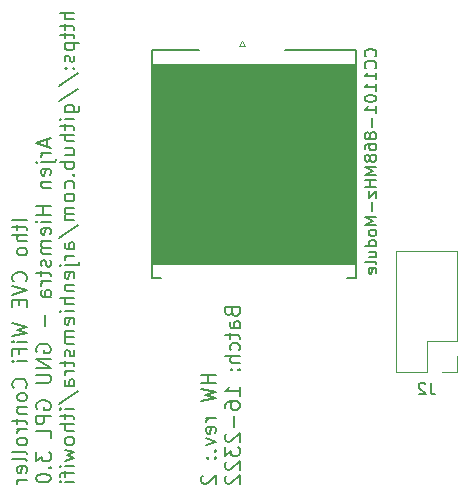
<source format=gbo>
G04 #@! TF.GenerationSoftware,KiCad,Pcbnew,(6.0.1-0)*
G04 #@! TF.CreationDate,2022-06-07T09:46:46+02:00*
G04 #@! TF.ProjectId,ithowifi_4l,6974686f-7769-4666-995f-346c2e6b6963,rev?*
G04 #@! TF.SameCoordinates,Original*
G04 #@! TF.FileFunction,Legend,Bot*
G04 #@! TF.FilePolarity,Positive*
%FSLAX46Y46*%
G04 Gerber Fmt 4.6, Leading zero omitted, Abs format (unit mm)*
G04 Created by KiCad (PCBNEW (6.0.1-0)) date 2022-06-07 09:46:46*
%MOMM*%
%LPD*%
G01*
G04 APERTURE LIST*
%ADD10C,0.100000*%
%ADD11C,0.200000*%
%ADD12C,0.150000*%
%ADD13C,0.120000*%
G04 APERTURE END LIST*
D10*
X114808000Y-129997200D02*
X97561400Y-129997200D01*
X97561400Y-129997200D02*
X97536000Y-113030000D01*
X97536000Y-113030000D02*
X114808000Y-113030000D01*
X114808000Y-113030000D02*
X114808000Y-129997200D01*
G36*
X114808000Y-129997200D02*
G01*
X97561400Y-129997200D01*
X97536000Y-113030000D01*
X114808000Y-113030000D01*
X114808000Y-129997200D01*
G37*
X114808000Y-129997200D02*
X97561400Y-129997200D01*
X97536000Y-113030000D01*
X114808000Y-113030000D01*
X114808000Y-129997200D01*
D11*
X86949606Y-126226666D02*
X85703606Y-126226666D01*
X86118940Y-126642000D02*
X86118940Y-127116666D01*
X85703606Y-126820000D02*
X86771606Y-126820000D01*
X86890273Y-126879333D01*
X86949606Y-126998000D01*
X86949606Y-127116666D01*
X86949606Y-127532000D02*
X85703606Y-127532000D01*
X86949606Y-128066000D02*
X86296940Y-128066000D01*
X86178273Y-128006666D01*
X86118940Y-127888000D01*
X86118940Y-127710000D01*
X86178273Y-127591333D01*
X86237606Y-127532000D01*
X86949606Y-128837333D02*
X86890273Y-128718666D01*
X86830940Y-128659333D01*
X86712273Y-128600000D01*
X86356273Y-128600000D01*
X86237606Y-128659333D01*
X86178273Y-128718666D01*
X86118940Y-128837333D01*
X86118940Y-129015333D01*
X86178273Y-129134000D01*
X86237606Y-129193333D01*
X86356273Y-129252666D01*
X86712273Y-129252666D01*
X86830940Y-129193333D01*
X86890273Y-129134000D01*
X86949606Y-129015333D01*
X86949606Y-128837333D01*
X86830940Y-131448000D02*
X86890273Y-131388666D01*
X86949606Y-131210666D01*
X86949606Y-131092000D01*
X86890273Y-130914000D01*
X86771606Y-130795333D01*
X86652940Y-130736000D01*
X86415606Y-130676666D01*
X86237606Y-130676666D01*
X86000273Y-130736000D01*
X85881606Y-130795333D01*
X85762940Y-130914000D01*
X85703606Y-131092000D01*
X85703606Y-131210666D01*
X85762940Y-131388666D01*
X85822273Y-131448000D01*
X85703606Y-131804000D02*
X86949606Y-132219333D01*
X85703606Y-132634666D01*
X86296940Y-133049999D02*
X86296940Y-133465333D01*
X86949606Y-133643333D02*
X86949606Y-133049999D01*
X85703606Y-133049999D01*
X85703606Y-133643333D01*
X85703606Y-135008000D02*
X86949606Y-135304666D01*
X86059606Y-135542000D01*
X86949606Y-135779333D01*
X85703606Y-136076000D01*
X86949606Y-136550666D02*
X86118940Y-136550666D01*
X85703606Y-136550666D02*
X85762940Y-136491333D01*
X85822273Y-136550666D01*
X85762940Y-136610000D01*
X85703606Y-136550666D01*
X85822273Y-136550666D01*
X86296940Y-137559333D02*
X86296940Y-137144000D01*
X86949606Y-137144000D02*
X85703606Y-137144000D01*
X85703606Y-137737333D01*
X86949606Y-138212000D02*
X86118940Y-138212000D01*
X85703606Y-138212000D02*
X85762940Y-138152666D01*
X85822273Y-138212000D01*
X85762940Y-138271333D01*
X85703606Y-138212000D01*
X85822273Y-138212000D01*
X86830940Y-140466666D02*
X86890273Y-140407333D01*
X86949606Y-140229333D01*
X86949606Y-140110666D01*
X86890273Y-139932666D01*
X86771606Y-139814000D01*
X86652940Y-139754666D01*
X86415606Y-139695333D01*
X86237606Y-139695333D01*
X86000273Y-139754666D01*
X85881606Y-139814000D01*
X85762940Y-139932666D01*
X85703606Y-140110666D01*
X85703606Y-140229333D01*
X85762940Y-140407333D01*
X85822273Y-140466666D01*
X86949606Y-141178666D02*
X86890273Y-141060000D01*
X86830940Y-141000666D01*
X86712273Y-140941333D01*
X86356273Y-140941333D01*
X86237606Y-141000666D01*
X86178273Y-141060000D01*
X86118940Y-141178666D01*
X86118940Y-141356666D01*
X86178273Y-141475333D01*
X86237606Y-141534666D01*
X86356273Y-141594000D01*
X86712273Y-141594000D01*
X86830940Y-141534666D01*
X86890273Y-141475333D01*
X86949606Y-141356666D01*
X86949606Y-141178666D01*
X86118940Y-142128000D02*
X86949606Y-142128000D01*
X86237606Y-142128000D02*
X86178273Y-142187333D01*
X86118940Y-142306000D01*
X86118940Y-142484000D01*
X86178273Y-142602666D01*
X86296940Y-142662000D01*
X86949606Y-142662000D01*
X86118940Y-143077333D02*
X86118940Y-143552000D01*
X85703606Y-143255333D02*
X86771606Y-143255333D01*
X86890273Y-143314666D01*
X86949606Y-143433333D01*
X86949606Y-143552000D01*
X86949606Y-143967333D02*
X86118940Y-143967333D01*
X86356273Y-143967333D02*
X86237606Y-144026666D01*
X86178273Y-144086000D01*
X86118940Y-144204666D01*
X86118940Y-144323333D01*
X86949606Y-144916666D02*
X86890273Y-144798000D01*
X86830940Y-144738666D01*
X86712273Y-144679333D01*
X86356273Y-144679333D01*
X86237606Y-144738666D01*
X86178273Y-144798000D01*
X86118940Y-144916666D01*
X86118940Y-145094666D01*
X86178273Y-145213333D01*
X86237606Y-145272666D01*
X86356273Y-145332000D01*
X86712273Y-145332000D01*
X86830940Y-145272666D01*
X86890273Y-145213333D01*
X86949606Y-145094666D01*
X86949606Y-144916666D01*
X86949606Y-146044000D02*
X86890273Y-145925333D01*
X86771606Y-145866000D01*
X85703606Y-145866000D01*
X86949606Y-146696666D02*
X86890273Y-146578000D01*
X86771606Y-146518666D01*
X85703606Y-146518666D01*
X86890273Y-147646000D02*
X86949606Y-147527333D01*
X86949606Y-147290000D01*
X86890273Y-147171333D01*
X86771606Y-147112000D01*
X86296940Y-147112000D01*
X86178273Y-147171333D01*
X86118940Y-147290000D01*
X86118940Y-147527333D01*
X86178273Y-147646000D01*
X86296940Y-147705333D01*
X86415606Y-147705333D01*
X86534273Y-147112000D01*
X86949606Y-148239333D02*
X86118940Y-148239333D01*
X86356273Y-148239333D02*
X86237606Y-148298666D01*
X86178273Y-148358000D01*
X86118940Y-148476666D01*
X86118940Y-148595333D01*
X88599666Y-119462666D02*
X88599666Y-120056000D01*
X88955666Y-119344000D02*
X87709666Y-119759333D01*
X88955666Y-120174666D01*
X88955666Y-120590000D02*
X88125000Y-120590000D01*
X88362333Y-120590000D02*
X88243666Y-120649333D01*
X88184333Y-120708666D01*
X88125000Y-120827333D01*
X88125000Y-120946000D01*
X88125000Y-121361333D02*
X89193000Y-121361333D01*
X89311666Y-121302000D01*
X89371000Y-121183333D01*
X89371000Y-121124000D01*
X87709666Y-121361333D02*
X87769000Y-121302000D01*
X87828333Y-121361333D01*
X87769000Y-121420666D01*
X87709666Y-121361333D01*
X87828333Y-121361333D01*
X88896333Y-122429333D02*
X88955666Y-122310666D01*
X88955666Y-122073333D01*
X88896333Y-121954666D01*
X88777666Y-121895333D01*
X88303000Y-121895333D01*
X88184333Y-121954666D01*
X88125000Y-122073333D01*
X88125000Y-122310666D01*
X88184333Y-122429333D01*
X88303000Y-122488666D01*
X88421666Y-122488666D01*
X88540333Y-121895333D01*
X88125000Y-123022666D02*
X88955666Y-123022666D01*
X88243666Y-123022666D02*
X88184333Y-123082000D01*
X88125000Y-123200666D01*
X88125000Y-123378666D01*
X88184333Y-123497333D01*
X88303000Y-123556666D01*
X88955666Y-123556666D01*
X88955666Y-125099333D02*
X87709666Y-125099333D01*
X88303000Y-125099333D02*
X88303000Y-125811333D01*
X88955666Y-125811333D02*
X87709666Y-125811333D01*
X88955666Y-126404666D02*
X88125000Y-126404666D01*
X87709666Y-126404666D02*
X87769000Y-126345333D01*
X87828333Y-126404666D01*
X87769000Y-126464000D01*
X87709666Y-126404666D01*
X87828333Y-126404666D01*
X88896333Y-127472666D02*
X88955666Y-127354000D01*
X88955666Y-127116666D01*
X88896333Y-126998000D01*
X88777666Y-126938666D01*
X88303000Y-126938666D01*
X88184333Y-126998000D01*
X88125000Y-127116666D01*
X88125000Y-127354000D01*
X88184333Y-127472666D01*
X88303000Y-127532000D01*
X88421666Y-127532000D01*
X88540333Y-126938666D01*
X88955666Y-128066000D02*
X88125000Y-128066000D01*
X88243666Y-128066000D02*
X88184333Y-128125333D01*
X88125000Y-128244000D01*
X88125000Y-128422000D01*
X88184333Y-128540666D01*
X88303000Y-128600000D01*
X88955666Y-128600000D01*
X88303000Y-128600000D02*
X88184333Y-128659333D01*
X88125000Y-128778000D01*
X88125000Y-128956000D01*
X88184333Y-129074666D01*
X88303000Y-129134000D01*
X88955666Y-129134000D01*
X88896333Y-129667999D02*
X88955666Y-129786666D01*
X88955666Y-130023999D01*
X88896333Y-130142666D01*
X88777666Y-130201999D01*
X88718333Y-130201999D01*
X88599666Y-130142666D01*
X88540333Y-130023999D01*
X88540333Y-129845999D01*
X88481000Y-129727333D01*
X88362333Y-129667999D01*
X88303000Y-129667999D01*
X88184333Y-129727333D01*
X88125000Y-129845999D01*
X88125000Y-130023999D01*
X88184333Y-130142666D01*
X88125000Y-130558000D02*
X88125000Y-131032666D01*
X87709666Y-130736000D02*
X88777666Y-130736000D01*
X88896333Y-130795333D01*
X88955666Y-130914000D01*
X88955666Y-131032666D01*
X88955666Y-131448000D02*
X88125000Y-131448000D01*
X88362333Y-131448000D02*
X88243666Y-131507333D01*
X88184333Y-131566666D01*
X88125000Y-131685333D01*
X88125000Y-131804000D01*
X88955666Y-132753333D02*
X88303000Y-132753333D01*
X88184333Y-132693999D01*
X88125000Y-132575333D01*
X88125000Y-132337999D01*
X88184333Y-132219333D01*
X88896333Y-132753333D02*
X88955666Y-132634666D01*
X88955666Y-132337999D01*
X88896333Y-132219333D01*
X88777666Y-132159999D01*
X88659000Y-132159999D01*
X88540333Y-132219333D01*
X88481000Y-132337999D01*
X88481000Y-132634666D01*
X88421666Y-132753333D01*
X88481000Y-134296000D02*
X88481000Y-135245333D01*
X87769000Y-137440666D02*
X87709666Y-137322000D01*
X87709666Y-137144000D01*
X87769000Y-136966000D01*
X87887666Y-136847333D01*
X88006333Y-136788000D01*
X88243666Y-136728666D01*
X88421666Y-136728666D01*
X88659000Y-136788000D01*
X88777666Y-136847333D01*
X88896333Y-136966000D01*
X88955666Y-137144000D01*
X88955666Y-137262666D01*
X88896333Y-137440666D01*
X88837000Y-137500000D01*
X88421666Y-137500000D01*
X88421666Y-137262666D01*
X88955666Y-138034000D02*
X87709666Y-138034000D01*
X88955666Y-138746000D01*
X87709666Y-138746000D01*
X87709666Y-139339333D02*
X88718333Y-139339333D01*
X88837000Y-139398666D01*
X88896333Y-139458000D01*
X88955666Y-139576666D01*
X88955666Y-139814000D01*
X88896333Y-139932666D01*
X88837000Y-139992000D01*
X88718333Y-140051333D01*
X87709666Y-140051333D01*
X87769000Y-142246666D02*
X87709666Y-142128000D01*
X87709666Y-141950000D01*
X87769000Y-141772000D01*
X87887666Y-141653333D01*
X88006333Y-141594000D01*
X88243666Y-141534666D01*
X88421666Y-141534666D01*
X88659000Y-141594000D01*
X88777666Y-141653333D01*
X88896333Y-141772000D01*
X88955666Y-141950000D01*
X88955666Y-142068666D01*
X88896333Y-142246666D01*
X88837000Y-142306000D01*
X88421666Y-142306000D01*
X88421666Y-142068666D01*
X88955666Y-142840000D02*
X87709666Y-142840000D01*
X87709666Y-143314666D01*
X87769000Y-143433333D01*
X87828333Y-143492666D01*
X87947000Y-143552000D01*
X88125000Y-143552000D01*
X88243666Y-143492666D01*
X88303000Y-143433333D01*
X88362333Y-143314666D01*
X88362333Y-142840000D01*
X88955666Y-144679333D02*
X88955666Y-144086000D01*
X87709666Y-144086000D01*
X87709666Y-145925333D02*
X87709666Y-146696666D01*
X88184333Y-146281333D01*
X88184333Y-146459333D01*
X88243666Y-146578000D01*
X88303000Y-146637333D01*
X88421666Y-146696666D01*
X88718333Y-146696666D01*
X88837000Y-146637333D01*
X88896333Y-146578000D01*
X88955666Y-146459333D01*
X88955666Y-146103333D01*
X88896333Y-145984666D01*
X88837000Y-145925333D01*
X88837000Y-147230666D02*
X88896333Y-147290000D01*
X88955666Y-147230666D01*
X88896333Y-147171333D01*
X88837000Y-147230666D01*
X88955666Y-147230666D01*
X87709666Y-148061333D02*
X87709666Y-148180000D01*
X87769000Y-148298666D01*
X87828333Y-148357999D01*
X87947000Y-148417333D01*
X88184333Y-148476666D01*
X88481000Y-148476666D01*
X88718333Y-148417333D01*
X88837000Y-148358000D01*
X88896333Y-148298666D01*
X88955666Y-148180000D01*
X88955666Y-148061333D01*
X88896333Y-147942666D01*
X88837000Y-147883333D01*
X88718333Y-147824000D01*
X88481000Y-147764666D01*
X88184333Y-147764666D01*
X87947000Y-147824000D01*
X87828333Y-147883333D01*
X87769000Y-147942666D01*
X87709666Y-148061333D01*
X90961726Y-108723333D02*
X89715726Y-108723333D01*
X90961726Y-109257333D02*
X90309060Y-109257333D01*
X90190393Y-109198000D01*
X90131060Y-109079333D01*
X90131060Y-108901333D01*
X90190393Y-108782666D01*
X90249726Y-108723333D01*
X90131060Y-109672666D02*
X90131060Y-110147333D01*
X89715726Y-109850666D02*
X90783726Y-109850666D01*
X90902393Y-109910000D01*
X90961726Y-110028666D01*
X90961726Y-110147333D01*
X90131060Y-110384666D02*
X90131060Y-110859333D01*
X89715726Y-110562666D02*
X90783726Y-110562666D01*
X90902393Y-110622000D01*
X90961726Y-110740666D01*
X90961726Y-110859333D01*
X90131060Y-111274666D02*
X91377060Y-111274666D01*
X90190393Y-111274666D02*
X90131060Y-111393333D01*
X90131060Y-111630666D01*
X90190393Y-111749333D01*
X90249726Y-111808666D01*
X90368393Y-111868000D01*
X90724393Y-111868000D01*
X90843060Y-111808666D01*
X90902393Y-111749333D01*
X90961726Y-111630666D01*
X90961726Y-111393333D01*
X90902393Y-111274666D01*
X90902393Y-112342666D02*
X90961726Y-112461333D01*
X90961726Y-112698666D01*
X90902393Y-112817333D01*
X90783726Y-112876666D01*
X90724393Y-112876666D01*
X90605726Y-112817333D01*
X90546393Y-112698666D01*
X90546393Y-112520666D01*
X90487060Y-112402000D01*
X90368393Y-112342666D01*
X90309060Y-112342666D01*
X90190393Y-112402000D01*
X90131060Y-112520666D01*
X90131060Y-112698666D01*
X90190393Y-112817333D01*
X90843060Y-113410666D02*
X90902393Y-113470000D01*
X90961726Y-113410666D01*
X90902393Y-113351333D01*
X90843060Y-113410666D01*
X90961726Y-113410666D01*
X90190393Y-113410666D02*
X90249726Y-113470000D01*
X90309060Y-113410666D01*
X90249726Y-113351333D01*
X90190393Y-113410666D01*
X90309060Y-113410666D01*
X89656393Y-114894000D02*
X91258393Y-113826000D01*
X89656393Y-116199333D02*
X91258393Y-115131333D01*
X90131060Y-117148666D02*
X91139726Y-117148666D01*
X91258393Y-117089333D01*
X91317726Y-117030000D01*
X91377060Y-116911333D01*
X91377060Y-116733333D01*
X91317726Y-116614666D01*
X90902393Y-117148666D02*
X90961726Y-117030000D01*
X90961726Y-116792666D01*
X90902393Y-116674000D01*
X90843060Y-116614666D01*
X90724393Y-116555333D01*
X90368393Y-116555333D01*
X90249726Y-116614666D01*
X90190393Y-116674000D01*
X90131060Y-116792666D01*
X90131060Y-117030000D01*
X90190393Y-117148666D01*
X90961726Y-117742000D02*
X90131060Y-117742000D01*
X89715726Y-117742000D02*
X89775060Y-117682666D01*
X89834393Y-117742000D01*
X89775060Y-117801333D01*
X89715726Y-117742000D01*
X89834393Y-117742000D01*
X90131060Y-118157333D02*
X90131060Y-118632000D01*
X89715726Y-118335333D02*
X90783726Y-118335333D01*
X90902393Y-118394666D01*
X90961726Y-118513333D01*
X90961726Y-118632000D01*
X90961726Y-119047333D02*
X89715726Y-119047333D01*
X90961726Y-119581333D02*
X90309060Y-119581333D01*
X90190393Y-119522000D01*
X90131060Y-119403333D01*
X90131060Y-119225333D01*
X90190393Y-119106666D01*
X90249726Y-119047333D01*
X90131060Y-120708666D02*
X90961726Y-120708666D01*
X90131060Y-120174666D02*
X90783726Y-120174666D01*
X90902393Y-120234000D01*
X90961726Y-120352666D01*
X90961726Y-120530666D01*
X90902393Y-120649333D01*
X90843060Y-120708666D01*
X90961726Y-121302000D02*
X89715726Y-121302000D01*
X90190393Y-121302000D02*
X90131060Y-121420666D01*
X90131060Y-121658000D01*
X90190393Y-121776666D01*
X90249726Y-121836000D01*
X90368393Y-121895333D01*
X90724393Y-121895333D01*
X90843060Y-121836000D01*
X90902393Y-121776666D01*
X90961726Y-121658000D01*
X90961726Y-121420666D01*
X90902393Y-121302000D01*
X90843060Y-122429333D02*
X90902393Y-122488666D01*
X90961726Y-122429333D01*
X90902393Y-122370000D01*
X90843060Y-122429333D01*
X90961726Y-122429333D01*
X90902393Y-123556666D02*
X90961726Y-123438000D01*
X90961726Y-123200666D01*
X90902393Y-123082000D01*
X90843060Y-123022666D01*
X90724393Y-122963333D01*
X90368393Y-122963333D01*
X90249726Y-123022666D01*
X90190393Y-123082000D01*
X90131060Y-123200666D01*
X90131060Y-123438000D01*
X90190393Y-123556666D01*
X90961726Y-124268666D02*
X90902393Y-124150000D01*
X90843060Y-124090666D01*
X90724393Y-124031333D01*
X90368393Y-124031333D01*
X90249726Y-124090666D01*
X90190393Y-124150000D01*
X90131060Y-124268666D01*
X90131060Y-124446666D01*
X90190393Y-124565333D01*
X90249726Y-124624666D01*
X90368393Y-124684000D01*
X90724393Y-124684000D01*
X90843060Y-124624666D01*
X90902393Y-124565333D01*
X90961726Y-124446666D01*
X90961726Y-124268666D01*
X90961726Y-125218000D02*
X90131060Y-125218000D01*
X90249726Y-125218000D02*
X90190393Y-125277333D01*
X90131060Y-125396000D01*
X90131060Y-125574000D01*
X90190393Y-125692666D01*
X90309060Y-125752000D01*
X90961726Y-125752000D01*
X90309060Y-125752000D02*
X90190393Y-125811333D01*
X90131060Y-125930000D01*
X90131060Y-126108000D01*
X90190393Y-126226666D01*
X90309060Y-126286000D01*
X90961726Y-126286000D01*
X89656393Y-127769333D02*
X91258393Y-126701333D01*
X90961726Y-128718666D02*
X90309060Y-128718666D01*
X90190393Y-128659333D01*
X90131060Y-128540666D01*
X90131060Y-128303333D01*
X90190393Y-128184666D01*
X90902393Y-128718666D02*
X90961726Y-128600000D01*
X90961726Y-128303333D01*
X90902393Y-128184666D01*
X90783726Y-128125333D01*
X90665060Y-128125333D01*
X90546393Y-128184666D01*
X90487060Y-128303333D01*
X90487060Y-128600000D01*
X90427726Y-128718666D01*
X90961726Y-129312000D02*
X90131060Y-129312000D01*
X90368393Y-129312000D02*
X90249726Y-129371333D01*
X90190393Y-129430666D01*
X90131060Y-129549333D01*
X90131060Y-129668000D01*
X90131060Y-130083333D02*
X91199060Y-130083333D01*
X91317726Y-130023999D01*
X91377060Y-129905333D01*
X91377060Y-129845999D01*
X89715726Y-130083333D02*
X89775060Y-130023999D01*
X89834393Y-130083333D01*
X89775060Y-130142666D01*
X89715726Y-130083333D01*
X89834393Y-130083333D01*
X90902393Y-131151333D02*
X90961726Y-131032666D01*
X90961726Y-130795333D01*
X90902393Y-130676666D01*
X90783726Y-130617333D01*
X90309060Y-130617333D01*
X90190393Y-130676666D01*
X90131060Y-130795333D01*
X90131060Y-131032666D01*
X90190393Y-131151333D01*
X90309060Y-131210666D01*
X90427726Y-131210666D01*
X90546393Y-130617333D01*
X90131060Y-131744666D02*
X90961726Y-131744666D01*
X90249726Y-131744666D02*
X90190393Y-131803999D01*
X90131060Y-131922666D01*
X90131060Y-132100666D01*
X90190393Y-132219333D01*
X90309060Y-132278666D01*
X90961726Y-132278666D01*
X90961726Y-132871999D02*
X89715726Y-132871999D01*
X90961726Y-133405999D02*
X90309060Y-133405999D01*
X90190393Y-133346666D01*
X90131060Y-133227999D01*
X90131060Y-133049999D01*
X90190393Y-132931333D01*
X90249726Y-132871999D01*
X90961726Y-133999333D02*
X90131060Y-133999333D01*
X89715726Y-133999333D02*
X89775060Y-133939999D01*
X89834393Y-133999333D01*
X89775060Y-134058666D01*
X89715726Y-133999333D01*
X89834393Y-133999333D01*
X90902393Y-135067333D02*
X90961726Y-134948666D01*
X90961726Y-134711333D01*
X90902393Y-134592666D01*
X90783726Y-134533333D01*
X90309060Y-134533333D01*
X90190393Y-134592666D01*
X90131060Y-134711333D01*
X90131060Y-134948666D01*
X90190393Y-135067333D01*
X90309060Y-135126666D01*
X90427726Y-135126666D01*
X90546393Y-134533333D01*
X90961726Y-135660666D02*
X90131060Y-135660666D01*
X90249726Y-135660666D02*
X90190393Y-135720000D01*
X90131060Y-135838666D01*
X90131060Y-136016666D01*
X90190393Y-136135333D01*
X90309060Y-136194666D01*
X90961726Y-136194666D01*
X90309060Y-136194666D02*
X90190393Y-136254000D01*
X90131060Y-136372666D01*
X90131060Y-136550666D01*
X90190393Y-136669333D01*
X90309060Y-136728666D01*
X90961726Y-136728666D01*
X90902393Y-137262666D02*
X90961726Y-137381333D01*
X90961726Y-137618666D01*
X90902393Y-137737333D01*
X90783726Y-137796666D01*
X90724393Y-137796666D01*
X90605726Y-137737333D01*
X90546393Y-137618666D01*
X90546393Y-137440666D01*
X90487060Y-137322000D01*
X90368393Y-137262666D01*
X90309060Y-137262666D01*
X90190393Y-137322000D01*
X90131060Y-137440666D01*
X90131060Y-137618666D01*
X90190393Y-137737333D01*
X90131060Y-138152666D02*
X90131060Y-138627333D01*
X89715726Y-138330666D02*
X90783726Y-138330666D01*
X90902393Y-138390000D01*
X90961726Y-138508666D01*
X90961726Y-138627333D01*
X90961726Y-139042666D02*
X90131060Y-139042666D01*
X90368393Y-139042666D02*
X90249726Y-139102000D01*
X90190393Y-139161333D01*
X90131060Y-139280000D01*
X90131060Y-139398666D01*
X90961726Y-140348000D02*
X90309060Y-140348000D01*
X90190393Y-140288666D01*
X90131060Y-140170000D01*
X90131060Y-139932666D01*
X90190393Y-139814000D01*
X90902393Y-140348000D02*
X90961726Y-140229333D01*
X90961726Y-139932666D01*
X90902393Y-139814000D01*
X90783726Y-139754666D01*
X90665060Y-139754666D01*
X90546393Y-139814000D01*
X90487060Y-139932666D01*
X90487060Y-140229333D01*
X90427726Y-140348000D01*
X89656393Y-141831333D02*
X91258393Y-140763333D01*
X90961726Y-142246666D02*
X90131060Y-142246666D01*
X89715726Y-142246666D02*
X89775060Y-142187333D01*
X89834393Y-142246666D01*
X89775060Y-142306000D01*
X89715726Y-142246666D01*
X89834393Y-142246666D01*
X90131060Y-142662000D02*
X90131060Y-143136666D01*
X89715726Y-142840000D02*
X90783726Y-142840000D01*
X90902393Y-142899333D01*
X90961726Y-143018000D01*
X90961726Y-143136666D01*
X90961726Y-143552000D02*
X89715726Y-143552000D01*
X90961726Y-144086000D02*
X90309060Y-144086000D01*
X90190393Y-144026666D01*
X90131060Y-143908000D01*
X90131060Y-143730000D01*
X90190393Y-143611333D01*
X90249726Y-143552000D01*
X90961726Y-144857333D02*
X90902393Y-144738666D01*
X90843060Y-144679333D01*
X90724393Y-144620000D01*
X90368393Y-144620000D01*
X90249726Y-144679333D01*
X90190393Y-144738666D01*
X90131060Y-144857333D01*
X90131060Y-145035333D01*
X90190393Y-145154000D01*
X90249726Y-145213333D01*
X90368393Y-145272666D01*
X90724393Y-145272666D01*
X90843060Y-145213333D01*
X90902393Y-145154000D01*
X90961726Y-145035333D01*
X90961726Y-144857333D01*
X90131060Y-145688000D02*
X90961726Y-145925333D01*
X90368393Y-146162666D01*
X90961726Y-146400000D01*
X90131060Y-146637333D01*
X90961726Y-147112000D02*
X90131060Y-147112000D01*
X89715726Y-147112000D02*
X89775060Y-147052666D01*
X89834393Y-147112000D01*
X89775060Y-147171333D01*
X89715726Y-147112000D01*
X89834393Y-147112000D01*
X90131060Y-147527333D02*
X90131060Y-148002000D01*
X90961726Y-147705333D02*
X89893726Y-147705333D01*
X89775060Y-147764666D01*
X89715726Y-147883333D01*
X89715726Y-148002000D01*
X90961726Y-148417333D02*
X90131060Y-148417333D01*
X89715726Y-148417333D02*
X89775060Y-148357999D01*
X89834393Y-148417333D01*
X89775060Y-148476666D01*
X89715726Y-148417333D01*
X89834393Y-148417333D01*
X102938636Y-139347666D02*
X101692636Y-139347666D01*
X102285970Y-139347666D02*
X102285970Y-140059666D01*
X102938636Y-140059666D02*
X101692636Y-140059666D01*
X101692636Y-140534333D02*
X102938636Y-140831000D01*
X102048636Y-141068333D01*
X102938636Y-141305666D01*
X101692636Y-141602333D01*
X102938636Y-143026333D02*
X102107970Y-143026333D01*
X102345303Y-143026333D02*
X102226636Y-143085666D01*
X102167303Y-143145000D01*
X102107970Y-143263666D01*
X102107970Y-143382333D01*
X102879303Y-144272333D02*
X102938636Y-144153666D01*
X102938636Y-143916333D01*
X102879303Y-143797666D01*
X102760636Y-143738333D01*
X102285970Y-143738333D01*
X102167303Y-143797666D01*
X102107970Y-143916333D01*
X102107970Y-144153666D01*
X102167303Y-144272333D01*
X102285970Y-144331666D01*
X102404636Y-144331666D01*
X102523303Y-143738333D01*
X102107970Y-144747000D02*
X102938636Y-145043666D01*
X102107970Y-145340333D01*
X102819970Y-145815000D02*
X102879303Y-145874333D01*
X102938636Y-145815000D01*
X102879303Y-145755666D01*
X102819970Y-145815000D01*
X102938636Y-145815000D01*
X102819970Y-146408333D02*
X102879303Y-146467666D01*
X102938636Y-146408333D01*
X102879303Y-146349000D01*
X102819970Y-146408333D01*
X102938636Y-146408333D01*
X102167303Y-146408333D02*
X102226636Y-146467666D01*
X102285970Y-146408333D01*
X102226636Y-146349000D01*
X102167303Y-146408333D01*
X102285970Y-146408333D01*
X101811303Y-147891666D02*
X101751970Y-147951000D01*
X101692636Y-148069666D01*
X101692636Y-148366333D01*
X101751970Y-148485000D01*
X101811303Y-148544333D01*
X101929970Y-148603666D01*
X102048636Y-148603666D01*
X102226636Y-148544333D01*
X102938636Y-147832333D01*
X102938636Y-148603666D01*
X104292030Y-134067000D02*
X104351363Y-134245000D01*
X104410696Y-134304333D01*
X104529363Y-134363666D01*
X104707363Y-134363666D01*
X104826030Y-134304333D01*
X104885363Y-134245000D01*
X104944696Y-134126333D01*
X104944696Y-133651666D01*
X103698696Y-133651666D01*
X103698696Y-134067000D01*
X103758030Y-134185666D01*
X103817363Y-134245000D01*
X103936030Y-134304333D01*
X104054696Y-134304333D01*
X104173363Y-134245000D01*
X104232696Y-134185666D01*
X104292030Y-134067000D01*
X104292030Y-133651666D01*
X104944696Y-135431666D02*
X104292030Y-135431666D01*
X104173363Y-135372333D01*
X104114030Y-135253666D01*
X104114030Y-135016333D01*
X104173363Y-134897666D01*
X104885363Y-135431666D02*
X104944696Y-135313000D01*
X104944696Y-135016333D01*
X104885363Y-134897666D01*
X104766696Y-134838333D01*
X104648030Y-134838333D01*
X104529363Y-134897666D01*
X104470030Y-135016333D01*
X104470030Y-135313000D01*
X104410696Y-135431666D01*
X104114030Y-135847000D02*
X104114030Y-136321666D01*
X103698696Y-136025000D02*
X104766696Y-136025000D01*
X104885363Y-136084333D01*
X104944696Y-136203000D01*
X104944696Y-136321666D01*
X104885363Y-137271000D02*
X104944696Y-137152333D01*
X104944696Y-136915000D01*
X104885363Y-136796333D01*
X104826030Y-136737000D01*
X104707363Y-136677666D01*
X104351363Y-136677666D01*
X104232696Y-136737000D01*
X104173363Y-136796333D01*
X104114030Y-136915000D01*
X104114030Y-137152333D01*
X104173363Y-137271000D01*
X104944696Y-137805000D02*
X103698696Y-137805000D01*
X104944696Y-138339000D02*
X104292030Y-138339000D01*
X104173363Y-138279666D01*
X104114030Y-138161000D01*
X104114030Y-137983000D01*
X104173363Y-137864333D01*
X104232696Y-137805000D01*
X104826030Y-138932333D02*
X104885363Y-138991666D01*
X104944696Y-138932333D01*
X104885363Y-138873000D01*
X104826030Y-138932333D01*
X104944696Y-138932333D01*
X104173363Y-138932333D02*
X104232696Y-138991666D01*
X104292030Y-138932333D01*
X104232696Y-138873000D01*
X104173363Y-138932333D01*
X104292030Y-138932333D01*
X104944696Y-141127666D02*
X104944696Y-140415666D01*
X104944696Y-140771666D02*
X103698696Y-140771666D01*
X103876696Y-140653000D01*
X103995363Y-140534333D01*
X104054696Y-140415666D01*
X103698696Y-142195666D02*
X103698696Y-141958333D01*
X103758030Y-141839666D01*
X103817363Y-141780333D01*
X103995363Y-141661666D01*
X104232696Y-141602333D01*
X104707363Y-141602333D01*
X104826030Y-141661666D01*
X104885363Y-141721000D01*
X104944696Y-141839666D01*
X104944696Y-142077000D01*
X104885363Y-142195666D01*
X104826030Y-142255000D01*
X104707363Y-142314333D01*
X104410696Y-142314333D01*
X104292030Y-142255000D01*
X104232696Y-142195666D01*
X104173363Y-142077000D01*
X104173363Y-141839666D01*
X104232696Y-141721000D01*
X104292030Y-141661666D01*
X104410696Y-141602333D01*
X104470030Y-142848333D02*
X104470030Y-143797666D01*
X103817363Y-144331666D02*
X103758030Y-144391000D01*
X103698696Y-144509666D01*
X103698696Y-144806333D01*
X103758030Y-144925000D01*
X103817363Y-144984333D01*
X103936030Y-145043666D01*
X104054696Y-145043666D01*
X104232696Y-144984333D01*
X104944696Y-144272333D01*
X104944696Y-145043666D01*
X103698696Y-145459000D02*
X103698696Y-146230333D01*
X104173363Y-145815000D01*
X104173363Y-145993000D01*
X104232696Y-146111666D01*
X104292030Y-146171000D01*
X104410696Y-146230333D01*
X104707363Y-146230333D01*
X104826030Y-146171000D01*
X104885363Y-146111666D01*
X104944696Y-145993000D01*
X104944696Y-145637000D01*
X104885363Y-145518333D01*
X104826030Y-145459000D01*
X103817363Y-146705000D02*
X103758030Y-146764333D01*
X103698696Y-146883000D01*
X103698696Y-147179666D01*
X103758030Y-147298333D01*
X103817363Y-147357666D01*
X103936030Y-147417000D01*
X104054696Y-147417000D01*
X104232696Y-147357666D01*
X104944696Y-146645666D01*
X104944696Y-147417000D01*
X103817363Y-147891666D02*
X103758030Y-147951000D01*
X103698696Y-148069666D01*
X103698696Y-148366333D01*
X103758030Y-148485000D01*
X103817363Y-148544333D01*
X103936030Y-148603666D01*
X104054696Y-148603666D01*
X104232696Y-148544333D01*
X104944696Y-147832333D01*
X104944696Y-148603666D01*
D12*
X121110333Y-140017380D02*
X121110333Y-140731666D01*
X121157952Y-140874523D01*
X121253190Y-140969761D01*
X121396047Y-141017380D01*
X121491285Y-141017380D01*
X120681761Y-140112619D02*
X120634142Y-140065000D01*
X120538904Y-140017380D01*
X120300809Y-140017380D01*
X120205571Y-140065000D01*
X120157952Y-140112619D01*
X120110333Y-140207857D01*
X120110333Y-140303095D01*
X120157952Y-140445952D01*
X120729380Y-141017380D01*
X120110333Y-141017380D01*
X116435142Y-112404047D02*
X116482761Y-112356428D01*
X116530380Y-112213571D01*
X116530380Y-112118333D01*
X116482761Y-111975476D01*
X116387523Y-111880238D01*
X116292285Y-111832619D01*
X116101809Y-111785000D01*
X115958952Y-111785000D01*
X115768476Y-111832619D01*
X115673238Y-111880238D01*
X115578000Y-111975476D01*
X115530380Y-112118333D01*
X115530380Y-112213571D01*
X115578000Y-112356428D01*
X115625619Y-112404047D01*
X116435142Y-113404047D02*
X116482761Y-113356428D01*
X116530380Y-113213571D01*
X116530380Y-113118333D01*
X116482761Y-112975476D01*
X116387523Y-112880238D01*
X116292285Y-112832619D01*
X116101809Y-112785000D01*
X115958952Y-112785000D01*
X115768476Y-112832619D01*
X115673238Y-112880238D01*
X115578000Y-112975476D01*
X115530380Y-113118333D01*
X115530380Y-113213571D01*
X115578000Y-113356428D01*
X115625619Y-113404047D01*
X116530380Y-114356428D02*
X116530380Y-113785000D01*
X116530380Y-114070714D02*
X115530380Y-114070714D01*
X115673238Y-113975476D01*
X115768476Y-113880238D01*
X115816095Y-113785000D01*
X116530380Y-115308809D02*
X116530380Y-114737380D01*
X116530380Y-115023095D02*
X115530380Y-115023095D01*
X115673238Y-114927857D01*
X115768476Y-114832619D01*
X115816095Y-114737380D01*
X115530380Y-115927857D02*
X115530380Y-116023095D01*
X115578000Y-116118333D01*
X115625619Y-116165952D01*
X115720857Y-116213571D01*
X115911333Y-116261190D01*
X116149428Y-116261190D01*
X116339904Y-116213571D01*
X116435142Y-116165952D01*
X116482761Y-116118333D01*
X116530380Y-116023095D01*
X116530380Y-115927857D01*
X116482761Y-115832619D01*
X116435142Y-115785000D01*
X116339904Y-115737380D01*
X116149428Y-115689761D01*
X115911333Y-115689761D01*
X115720857Y-115737380D01*
X115625619Y-115785000D01*
X115578000Y-115832619D01*
X115530380Y-115927857D01*
X116530380Y-117213571D02*
X116530380Y-116642142D01*
X116530380Y-116927857D02*
X115530380Y-116927857D01*
X115673238Y-116832619D01*
X115768476Y-116737380D01*
X115816095Y-116642142D01*
X116149428Y-117642142D02*
X116149428Y-118404047D01*
X115958952Y-119023095D02*
X115911333Y-118927857D01*
X115863714Y-118880238D01*
X115768476Y-118832619D01*
X115720857Y-118832619D01*
X115625619Y-118880238D01*
X115578000Y-118927857D01*
X115530380Y-119023095D01*
X115530380Y-119213571D01*
X115578000Y-119308809D01*
X115625619Y-119356428D01*
X115720857Y-119404047D01*
X115768476Y-119404047D01*
X115863714Y-119356428D01*
X115911333Y-119308809D01*
X115958952Y-119213571D01*
X115958952Y-119023095D01*
X116006571Y-118927857D01*
X116054190Y-118880238D01*
X116149428Y-118832619D01*
X116339904Y-118832619D01*
X116435142Y-118880238D01*
X116482761Y-118927857D01*
X116530380Y-119023095D01*
X116530380Y-119213571D01*
X116482761Y-119308809D01*
X116435142Y-119356428D01*
X116339904Y-119404047D01*
X116149428Y-119404047D01*
X116054190Y-119356428D01*
X116006571Y-119308809D01*
X115958952Y-119213571D01*
X115530380Y-120261190D02*
X115530380Y-120070714D01*
X115578000Y-119975476D01*
X115625619Y-119927857D01*
X115768476Y-119832619D01*
X115958952Y-119785000D01*
X116339904Y-119785000D01*
X116435142Y-119832619D01*
X116482761Y-119880238D01*
X116530380Y-119975476D01*
X116530380Y-120165952D01*
X116482761Y-120261190D01*
X116435142Y-120308809D01*
X116339904Y-120356428D01*
X116101809Y-120356428D01*
X116006571Y-120308809D01*
X115958952Y-120261190D01*
X115911333Y-120165952D01*
X115911333Y-119975476D01*
X115958952Y-119880238D01*
X116006571Y-119832619D01*
X116101809Y-119785000D01*
X115958952Y-120927857D02*
X115911333Y-120832619D01*
X115863714Y-120785000D01*
X115768476Y-120737380D01*
X115720857Y-120737380D01*
X115625619Y-120785000D01*
X115578000Y-120832619D01*
X115530380Y-120927857D01*
X115530380Y-121118333D01*
X115578000Y-121213571D01*
X115625619Y-121261190D01*
X115720857Y-121308809D01*
X115768476Y-121308809D01*
X115863714Y-121261190D01*
X115911333Y-121213571D01*
X115958952Y-121118333D01*
X115958952Y-120927857D01*
X116006571Y-120832619D01*
X116054190Y-120785000D01*
X116149428Y-120737380D01*
X116339904Y-120737380D01*
X116435142Y-120785000D01*
X116482761Y-120832619D01*
X116530380Y-120927857D01*
X116530380Y-121118333D01*
X116482761Y-121213571D01*
X116435142Y-121261190D01*
X116339904Y-121308809D01*
X116149428Y-121308809D01*
X116054190Y-121261190D01*
X116006571Y-121213571D01*
X115958952Y-121118333D01*
X116530380Y-121737380D02*
X115530380Y-121737380D01*
X116244666Y-122070714D01*
X115530380Y-122404047D01*
X116530380Y-122404047D01*
X116530380Y-122880238D02*
X115530380Y-122880238D01*
X116006571Y-122880238D02*
X116006571Y-123451666D01*
X116530380Y-123451666D02*
X115530380Y-123451666D01*
X115863714Y-123832619D02*
X115863714Y-124356428D01*
X116530380Y-123832619D01*
X116530380Y-124356428D01*
X116149428Y-124737380D02*
X116149428Y-125499285D01*
X116530380Y-125975476D02*
X115530380Y-125975476D01*
X116244666Y-126308809D01*
X115530380Y-126642142D01*
X116530380Y-126642142D01*
X116530380Y-127261190D02*
X116482761Y-127165952D01*
X116435142Y-127118333D01*
X116339904Y-127070714D01*
X116054190Y-127070714D01*
X115958952Y-127118333D01*
X115911333Y-127165952D01*
X115863714Y-127261190D01*
X115863714Y-127404047D01*
X115911333Y-127499285D01*
X115958952Y-127546904D01*
X116054190Y-127594523D01*
X116339904Y-127594523D01*
X116435142Y-127546904D01*
X116482761Y-127499285D01*
X116530380Y-127404047D01*
X116530380Y-127261190D01*
X116530380Y-128451666D02*
X115530380Y-128451666D01*
X116482761Y-128451666D02*
X116530380Y-128356428D01*
X116530380Y-128165952D01*
X116482761Y-128070714D01*
X116435142Y-128023095D01*
X116339904Y-127975476D01*
X116054190Y-127975476D01*
X115958952Y-128023095D01*
X115911333Y-128070714D01*
X115863714Y-128165952D01*
X115863714Y-128356428D01*
X115911333Y-128451666D01*
X115863714Y-129356428D02*
X116530380Y-129356428D01*
X115863714Y-128927857D02*
X116387523Y-128927857D01*
X116482761Y-128975476D01*
X116530380Y-129070714D01*
X116530380Y-129213571D01*
X116482761Y-129308809D01*
X116435142Y-129356428D01*
X116530380Y-129975476D02*
X116482761Y-129880238D01*
X116387523Y-129832619D01*
X115530380Y-129832619D01*
X116482761Y-130737380D02*
X116530380Y-130642142D01*
X116530380Y-130451666D01*
X116482761Y-130356428D01*
X116387523Y-130308809D01*
X116006571Y-130308809D01*
X115911333Y-130356428D01*
X115863714Y-130451666D01*
X115863714Y-130642142D01*
X115911333Y-130737380D01*
X116006571Y-130785000D01*
X116101809Y-130785000D01*
X116197047Y-130308809D01*
D13*
X120777000Y-139125000D02*
X120777000Y-136525000D01*
X118177000Y-128845000D02*
X123377000Y-128845000D01*
X118177000Y-139125000D02*
X118177000Y-128845000D01*
X120777000Y-136525000D02*
X123377000Y-136525000D01*
X123377000Y-136525000D02*
X123377000Y-128845000D01*
X122047000Y-139125000D02*
X123377000Y-139125000D01*
X118177000Y-139125000D02*
X120777000Y-139125000D01*
X123377000Y-139125000D02*
X123377000Y-137795000D01*
X104931400Y-111558400D02*
X105181400Y-111058400D01*
X105181400Y-111058400D02*
X105431400Y-111558400D01*
X105431400Y-111558400D02*
X104931400Y-111558400D01*
D12*
X114822000Y-111889000D02*
X108797000Y-111889000D01*
X97522000Y-111889000D02*
X97522000Y-131189000D01*
X97522000Y-131189000D02*
X98272000Y-131189000D01*
X114822000Y-131189000D02*
X114822000Y-111889000D01*
X114072000Y-131189000D02*
X114822000Y-131189000D01*
X101547000Y-111889000D02*
X97522000Y-111889000D01*
M02*

</source>
